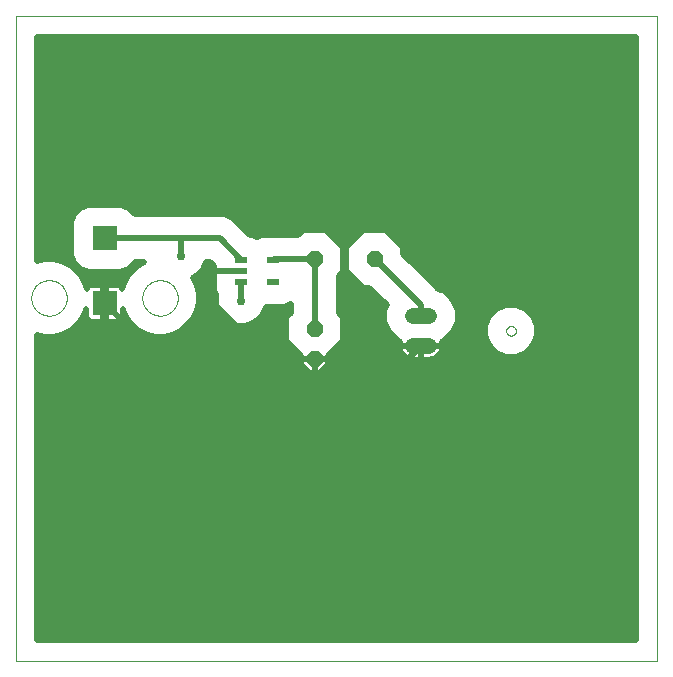
<source format=gtl>
G75*
%MOIN*%
%OFA0B0*%
%FSLAX25Y25*%
%IPPOS*%
%LPD*%
%AMOC8*
5,1,8,0,0,1.08239X$1,22.5*
%
%ADD10C,0.00000*%
%ADD11OC8,0.05200*%
%ADD12C,0.05200*%
%ADD13R,0.04331X0.02362*%
%ADD14R,0.08268X0.08268*%
%ADD15C,0.02000*%
%ADD16C,0.02978*%
D10*
X0002000Y0002000D02*
X0002000Y0216961D01*
X0215701Y0216961D01*
X0215701Y0002000D01*
X0002000Y0002000D01*
X0007090Y0122984D02*
X0007092Y0123137D01*
X0007098Y0123291D01*
X0007108Y0123444D01*
X0007122Y0123596D01*
X0007140Y0123749D01*
X0007162Y0123900D01*
X0007187Y0124051D01*
X0007217Y0124202D01*
X0007251Y0124352D01*
X0007288Y0124500D01*
X0007329Y0124648D01*
X0007374Y0124794D01*
X0007423Y0124940D01*
X0007476Y0125084D01*
X0007532Y0125226D01*
X0007592Y0125367D01*
X0007656Y0125507D01*
X0007723Y0125645D01*
X0007794Y0125781D01*
X0007869Y0125915D01*
X0007946Y0126047D01*
X0008028Y0126177D01*
X0008112Y0126305D01*
X0008200Y0126431D01*
X0008291Y0126554D01*
X0008385Y0126675D01*
X0008483Y0126793D01*
X0008583Y0126909D01*
X0008687Y0127022D01*
X0008793Y0127133D01*
X0008902Y0127241D01*
X0009014Y0127346D01*
X0009128Y0127447D01*
X0009246Y0127546D01*
X0009365Y0127642D01*
X0009487Y0127735D01*
X0009612Y0127824D01*
X0009739Y0127911D01*
X0009868Y0127993D01*
X0009999Y0128073D01*
X0010132Y0128149D01*
X0010267Y0128222D01*
X0010404Y0128291D01*
X0010543Y0128356D01*
X0010683Y0128418D01*
X0010825Y0128476D01*
X0010968Y0128531D01*
X0011113Y0128582D01*
X0011259Y0128629D01*
X0011406Y0128672D01*
X0011554Y0128711D01*
X0011703Y0128747D01*
X0011853Y0128778D01*
X0012004Y0128806D01*
X0012155Y0128830D01*
X0012308Y0128850D01*
X0012460Y0128866D01*
X0012613Y0128878D01*
X0012766Y0128886D01*
X0012919Y0128890D01*
X0013073Y0128890D01*
X0013226Y0128886D01*
X0013379Y0128878D01*
X0013532Y0128866D01*
X0013684Y0128850D01*
X0013837Y0128830D01*
X0013988Y0128806D01*
X0014139Y0128778D01*
X0014289Y0128747D01*
X0014438Y0128711D01*
X0014586Y0128672D01*
X0014733Y0128629D01*
X0014879Y0128582D01*
X0015024Y0128531D01*
X0015167Y0128476D01*
X0015309Y0128418D01*
X0015449Y0128356D01*
X0015588Y0128291D01*
X0015725Y0128222D01*
X0015860Y0128149D01*
X0015993Y0128073D01*
X0016124Y0127993D01*
X0016253Y0127911D01*
X0016380Y0127824D01*
X0016505Y0127735D01*
X0016627Y0127642D01*
X0016746Y0127546D01*
X0016864Y0127447D01*
X0016978Y0127346D01*
X0017090Y0127241D01*
X0017199Y0127133D01*
X0017305Y0127022D01*
X0017409Y0126909D01*
X0017509Y0126793D01*
X0017607Y0126675D01*
X0017701Y0126554D01*
X0017792Y0126431D01*
X0017880Y0126305D01*
X0017964Y0126177D01*
X0018046Y0126047D01*
X0018123Y0125915D01*
X0018198Y0125781D01*
X0018269Y0125645D01*
X0018336Y0125507D01*
X0018400Y0125367D01*
X0018460Y0125226D01*
X0018516Y0125084D01*
X0018569Y0124940D01*
X0018618Y0124794D01*
X0018663Y0124648D01*
X0018704Y0124500D01*
X0018741Y0124352D01*
X0018775Y0124202D01*
X0018805Y0124051D01*
X0018830Y0123900D01*
X0018852Y0123749D01*
X0018870Y0123596D01*
X0018884Y0123444D01*
X0018894Y0123291D01*
X0018900Y0123137D01*
X0018902Y0122984D01*
X0018900Y0122831D01*
X0018894Y0122677D01*
X0018884Y0122524D01*
X0018870Y0122372D01*
X0018852Y0122219D01*
X0018830Y0122068D01*
X0018805Y0121917D01*
X0018775Y0121766D01*
X0018741Y0121616D01*
X0018704Y0121468D01*
X0018663Y0121320D01*
X0018618Y0121174D01*
X0018569Y0121028D01*
X0018516Y0120884D01*
X0018460Y0120742D01*
X0018400Y0120601D01*
X0018336Y0120461D01*
X0018269Y0120323D01*
X0018198Y0120187D01*
X0018123Y0120053D01*
X0018046Y0119921D01*
X0017964Y0119791D01*
X0017880Y0119663D01*
X0017792Y0119537D01*
X0017701Y0119414D01*
X0017607Y0119293D01*
X0017509Y0119175D01*
X0017409Y0119059D01*
X0017305Y0118946D01*
X0017199Y0118835D01*
X0017090Y0118727D01*
X0016978Y0118622D01*
X0016864Y0118521D01*
X0016746Y0118422D01*
X0016627Y0118326D01*
X0016505Y0118233D01*
X0016380Y0118144D01*
X0016253Y0118057D01*
X0016124Y0117975D01*
X0015993Y0117895D01*
X0015860Y0117819D01*
X0015725Y0117746D01*
X0015588Y0117677D01*
X0015449Y0117612D01*
X0015309Y0117550D01*
X0015167Y0117492D01*
X0015024Y0117437D01*
X0014879Y0117386D01*
X0014733Y0117339D01*
X0014586Y0117296D01*
X0014438Y0117257D01*
X0014289Y0117221D01*
X0014139Y0117190D01*
X0013988Y0117162D01*
X0013837Y0117138D01*
X0013684Y0117118D01*
X0013532Y0117102D01*
X0013379Y0117090D01*
X0013226Y0117082D01*
X0013073Y0117078D01*
X0012919Y0117078D01*
X0012766Y0117082D01*
X0012613Y0117090D01*
X0012460Y0117102D01*
X0012308Y0117118D01*
X0012155Y0117138D01*
X0012004Y0117162D01*
X0011853Y0117190D01*
X0011703Y0117221D01*
X0011554Y0117257D01*
X0011406Y0117296D01*
X0011259Y0117339D01*
X0011113Y0117386D01*
X0010968Y0117437D01*
X0010825Y0117492D01*
X0010683Y0117550D01*
X0010543Y0117612D01*
X0010404Y0117677D01*
X0010267Y0117746D01*
X0010132Y0117819D01*
X0009999Y0117895D01*
X0009868Y0117975D01*
X0009739Y0118057D01*
X0009612Y0118144D01*
X0009487Y0118233D01*
X0009365Y0118326D01*
X0009246Y0118422D01*
X0009128Y0118521D01*
X0009014Y0118622D01*
X0008902Y0118727D01*
X0008793Y0118835D01*
X0008687Y0118946D01*
X0008583Y0119059D01*
X0008483Y0119175D01*
X0008385Y0119293D01*
X0008291Y0119414D01*
X0008200Y0119537D01*
X0008112Y0119663D01*
X0008028Y0119791D01*
X0007946Y0119921D01*
X0007869Y0120053D01*
X0007794Y0120187D01*
X0007723Y0120323D01*
X0007656Y0120461D01*
X0007592Y0120601D01*
X0007532Y0120742D01*
X0007476Y0120884D01*
X0007423Y0121028D01*
X0007374Y0121174D01*
X0007329Y0121320D01*
X0007288Y0121468D01*
X0007251Y0121616D01*
X0007217Y0121766D01*
X0007187Y0121917D01*
X0007162Y0122068D01*
X0007140Y0122219D01*
X0007122Y0122372D01*
X0007108Y0122524D01*
X0007098Y0122677D01*
X0007092Y0122831D01*
X0007090Y0122984D01*
X0044098Y0122984D02*
X0044100Y0123137D01*
X0044106Y0123291D01*
X0044116Y0123444D01*
X0044130Y0123596D01*
X0044148Y0123749D01*
X0044170Y0123900D01*
X0044195Y0124051D01*
X0044225Y0124202D01*
X0044259Y0124352D01*
X0044296Y0124500D01*
X0044337Y0124648D01*
X0044382Y0124794D01*
X0044431Y0124940D01*
X0044484Y0125084D01*
X0044540Y0125226D01*
X0044600Y0125367D01*
X0044664Y0125507D01*
X0044731Y0125645D01*
X0044802Y0125781D01*
X0044877Y0125915D01*
X0044954Y0126047D01*
X0045036Y0126177D01*
X0045120Y0126305D01*
X0045208Y0126431D01*
X0045299Y0126554D01*
X0045393Y0126675D01*
X0045491Y0126793D01*
X0045591Y0126909D01*
X0045695Y0127022D01*
X0045801Y0127133D01*
X0045910Y0127241D01*
X0046022Y0127346D01*
X0046136Y0127447D01*
X0046254Y0127546D01*
X0046373Y0127642D01*
X0046495Y0127735D01*
X0046620Y0127824D01*
X0046747Y0127911D01*
X0046876Y0127993D01*
X0047007Y0128073D01*
X0047140Y0128149D01*
X0047275Y0128222D01*
X0047412Y0128291D01*
X0047551Y0128356D01*
X0047691Y0128418D01*
X0047833Y0128476D01*
X0047976Y0128531D01*
X0048121Y0128582D01*
X0048267Y0128629D01*
X0048414Y0128672D01*
X0048562Y0128711D01*
X0048711Y0128747D01*
X0048861Y0128778D01*
X0049012Y0128806D01*
X0049163Y0128830D01*
X0049316Y0128850D01*
X0049468Y0128866D01*
X0049621Y0128878D01*
X0049774Y0128886D01*
X0049927Y0128890D01*
X0050081Y0128890D01*
X0050234Y0128886D01*
X0050387Y0128878D01*
X0050540Y0128866D01*
X0050692Y0128850D01*
X0050845Y0128830D01*
X0050996Y0128806D01*
X0051147Y0128778D01*
X0051297Y0128747D01*
X0051446Y0128711D01*
X0051594Y0128672D01*
X0051741Y0128629D01*
X0051887Y0128582D01*
X0052032Y0128531D01*
X0052175Y0128476D01*
X0052317Y0128418D01*
X0052457Y0128356D01*
X0052596Y0128291D01*
X0052733Y0128222D01*
X0052868Y0128149D01*
X0053001Y0128073D01*
X0053132Y0127993D01*
X0053261Y0127911D01*
X0053388Y0127824D01*
X0053513Y0127735D01*
X0053635Y0127642D01*
X0053754Y0127546D01*
X0053872Y0127447D01*
X0053986Y0127346D01*
X0054098Y0127241D01*
X0054207Y0127133D01*
X0054313Y0127022D01*
X0054417Y0126909D01*
X0054517Y0126793D01*
X0054615Y0126675D01*
X0054709Y0126554D01*
X0054800Y0126431D01*
X0054888Y0126305D01*
X0054972Y0126177D01*
X0055054Y0126047D01*
X0055131Y0125915D01*
X0055206Y0125781D01*
X0055277Y0125645D01*
X0055344Y0125507D01*
X0055408Y0125367D01*
X0055468Y0125226D01*
X0055524Y0125084D01*
X0055577Y0124940D01*
X0055626Y0124794D01*
X0055671Y0124648D01*
X0055712Y0124500D01*
X0055749Y0124352D01*
X0055783Y0124202D01*
X0055813Y0124051D01*
X0055838Y0123900D01*
X0055860Y0123749D01*
X0055878Y0123596D01*
X0055892Y0123444D01*
X0055902Y0123291D01*
X0055908Y0123137D01*
X0055910Y0122984D01*
X0055908Y0122831D01*
X0055902Y0122677D01*
X0055892Y0122524D01*
X0055878Y0122372D01*
X0055860Y0122219D01*
X0055838Y0122068D01*
X0055813Y0121917D01*
X0055783Y0121766D01*
X0055749Y0121616D01*
X0055712Y0121468D01*
X0055671Y0121320D01*
X0055626Y0121174D01*
X0055577Y0121028D01*
X0055524Y0120884D01*
X0055468Y0120742D01*
X0055408Y0120601D01*
X0055344Y0120461D01*
X0055277Y0120323D01*
X0055206Y0120187D01*
X0055131Y0120053D01*
X0055054Y0119921D01*
X0054972Y0119791D01*
X0054888Y0119663D01*
X0054800Y0119537D01*
X0054709Y0119414D01*
X0054615Y0119293D01*
X0054517Y0119175D01*
X0054417Y0119059D01*
X0054313Y0118946D01*
X0054207Y0118835D01*
X0054098Y0118727D01*
X0053986Y0118622D01*
X0053872Y0118521D01*
X0053754Y0118422D01*
X0053635Y0118326D01*
X0053513Y0118233D01*
X0053388Y0118144D01*
X0053261Y0118057D01*
X0053132Y0117975D01*
X0053001Y0117895D01*
X0052868Y0117819D01*
X0052733Y0117746D01*
X0052596Y0117677D01*
X0052457Y0117612D01*
X0052317Y0117550D01*
X0052175Y0117492D01*
X0052032Y0117437D01*
X0051887Y0117386D01*
X0051741Y0117339D01*
X0051594Y0117296D01*
X0051446Y0117257D01*
X0051297Y0117221D01*
X0051147Y0117190D01*
X0050996Y0117162D01*
X0050845Y0117138D01*
X0050692Y0117118D01*
X0050540Y0117102D01*
X0050387Y0117090D01*
X0050234Y0117082D01*
X0050081Y0117078D01*
X0049927Y0117078D01*
X0049774Y0117082D01*
X0049621Y0117090D01*
X0049468Y0117102D01*
X0049316Y0117118D01*
X0049163Y0117138D01*
X0049012Y0117162D01*
X0048861Y0117190D01*
X0048711Y0117221D01*
X0048562Y0117257D01*
X0048414Y0117296D01*
X0048267Y0117339D01*
X0048121Y0117386D01*
X0047976Y0117437D01*
X0047833Y0117492D01*
X0047691Y0117550D01*
X0047551Y0117612D01*
X0047412Y0117677D01*
X0047275Y0117746D01*
X0047140Y0117819D01*
X0047007Y0117895D01*
X0046876Y0117975D01*
X0046747Y0118057D01*
X0046620Y0118144D01*
X0046495Y0118233D01*
X0046373Y0118326D01*
X0046254Y0118422D01*
X0046136Y0118521D01*
X0046022Y0118622D01*
X0045910Y0118727D01*
X0045801Y0118835D01*
X0045695Y0118946D01*
X0045591Y0119059D01*
X0045491Y0119175D01*
X0045393Y0119293D01*
X0045299Y0119414D01*
X0045208Y0119537D01*
X0045120Y0119663D01*
X0045036Y0119791D01*
X0044954Y0119921D01*
X0044877Y0120053D01*
X0044802Y0120187D01*
X0044731Y0120323D01*
X0044664Y0120461D01*
X0044600Y0120601D01*
X0044540Y0120742D01*
X0044484Y0120884D01*
X0044431Y0121028D01*
X0044382Y0121174D01*
X0044337Y0121320D01*
X0044296Y0121468D01*
X0044259Y0121616D01*
X0044225Y0121766D01*
X0044195Y0121917D01*
X0044170Y0122068D01*
X0044148Y0122219D01*
X0044130Y0122372D01*
X0044116Y0122524D01*
X0044106Y0122677D01*
X0044100Y0122831D01*
X0044098Y0122984D01*
X0165400Y0112000D02*
X0165402Y0112080D01*
X0165408Y0112159D01*
X0165418Y0112238D01*
X0165432Y0112317D01*
X0165449Y0112395D01*
X0165471Y0112472D01*
X0165496Y0112547D01*
X0165526Y0112621D01*
X0165558Y0112694D01*
X0165595Y0112765D01*
X0165635Y0112834D01*
X0165678Y0112901D01*
X0165725Y0112966D01*
X0165774Y0113028D01*
X0165827Y0113088D01*
X0165883Y0113145D01*
X0165941Y0113200D01*
X0166002Y0113251D01*
X0166066Y0113299D01*
X0166132Y0113344D01*
X0166200Y0113386D01*
X0166270Y0113424D01*
X0166342Y0113458D01*
X0166415Y0113489D01*
X0166490Y0113517D01*
X0166567Y0113540D01*
X0166644Y0113560D01*
X0166722Y0113576D01*
X0166801Y0113588D01*
X0166880Y0113596D01*
X0166960Y0113600D01*
X0167040Y0113600D01*
X0167120Y0113596D01*
X0167199Y0113588D01*
X0167278Y0113576D01*
X0167356Y0113560D01*
X0167433Y0113540D01*
X0167510Y0113517D01*
X0167585Y0113489D01*
X0167658Y0113458D01*
X0167730Y0113424D01*
X0167800Y0113386D01*
X0167868Y0113344D01*
X0167934Y0113299D01*
X0167998Y0113251D01*
X0168059Y0113200D01*
X0168117Y0113145D01*
X0168173Y0113088D01*
X0168226Y0113028D01*
X0168275Y0112966D01*
X0168322Y0112901D01*
X0168365Y0112834D01*
X0168405Y0112765D01*
X0168442Y0112694D01*
X0168474Y0112621D01*
X0168504Y0112547D01*
X0168529Y0112472D01*
X0168551Y0112395D01*
X0168568Y0112317D01*
X0168582Y0112238D01*
X0168592Y0112159D01*
X0168598Y0112080D01*
X0168600Y0112000D01*
X0168598Y0111920D01*
X0168592Y0111841D01*
X0168582Y0111762D01*
X0168568Y0111683D01*
X0168551Y0111605D01*
X0168529Y0111528D01*
X0168504Y0111453D01*
X0168474Y0111379D01*
X0168442Y0111306D01*
X0168405Y0111235D01*
X0168365Y0111166D01*
X0168322Y0111099D01*
X0168275Y0111034D01*
X0168226Y0110972D01*
X0168173Y0110912D01*
X0168117Y0110855D01*
X0168059Y0110800D01*
X0167998Y0110749D01*
X0167934Y0110701D01*
X0167868Y0110656D01*
X0167800Y0110614D01*
X0167730Y0110576D01*
X0167658Y0110542D01*
X0167585Y0110511D01*
X0167510Y0110483D01*
X0167433Y0110460D01*
X0167356Y0110440D01*
X0167278Y0110424D01*
X0167199Y0110412D01*
X0167120Y0110404D01*
X0167040Y0110400D01*
X0166960Y0110400D01*
X0166880Y0110404D01*
X0166801Y0110412D01*
X0166722Y0110424D01*
X0166644Y0110440D01*
X0166567Y0110460D01*
X0166490Y0110483D01*
X0166415Y0110511D01*
X0166342Y0110542D01*
X0166270Y0110576D01*
X0166200Y0110614D01*
X0166132Y0110656D01*
X0166066Y0110701D01*
X0166002Y0110749D01*
X0165941Y0110800D01*
X0165883Y0110855D01*
X0165827Y0110912D01*
X0165774Y0110972D01*
X0165725Y0111034D01*
X0165678Y0111099D01*
X0165635Y0111166D01*
X0165595Y0111235D01*
X0165558Y0111306D01*
X0165526Y0111379D01*
X0165496Y0111453D01*
X0165471Y0111528D01*
X0165449Y0111605D01*
X0165432Y0111683D01*
X0165418Y0111762D01*
X0165408Y0111841D01*
X0165402Y0111920D01*
X0165400Y0112000D01*
D11*
X0121500Y0136000D03*
X0101500Y0136000D03*
X0101500Y0112500D03*
X0101500Y0102500D03*
D12*
X0134400Y0107000D02*
X0139600Y0107000D01*
X0139600Y0117000D02*
X0134400Y0117000D01*
D13*
X0087630Y0128260D03*
X0087630Y0135740D03*
X0077000Y0135740D03*
X0077000Y0132000D03*
X0077000Y0128260D03*
D14*
X0031500Y0121173D03*
X0031500Y0142827D03*
D15*
X0057000Y0142827D01*
X0057000Y0137000D01*
X0057000Y0142827D02*
X0069913Y0142827D01*
X0077000Y0135740D01*
X0077000Y0132000D02*
X0067000Y0132000D01*
X0067000Y0122000D01*
X0086500Y0102500D01*
X0101500Y0102500D01*
X0132500Y0102500D01*
X0137000Y0107000D01*
X0144200Y0107000D01*
X0144200Y0107362D01*
X0144087Y0108077D01*
X0143975Y0108421D01*
X0145038Y0108862D01*
X0147738Y0111562D01*
X0149200Y0115090D01*
X0149200Y0118910D01*
X0147738Y0122438D01*
X0145038Y0125138D01*
X0142712Y0126102D01*
X0141532Y0127282D01*
X0131100Y0137714D01*
X0131100Y0139976D01*
X0125476Y0145600D01*
X0117524Y0145600D01*
X0111900Y0139976D01*
X0111900Y0132024D01*
X0117524Y0126400D01*
X0119786Y0126400D01*
X0125525Y0120661D01*
X0124800Y0118910D01*
X0124800Y0115090D01*
X0126262Y0111562D01*
X0128962Y0108862D01*
X0130025Y0108421D01*
X0129913Y0108077D01*
X0129800Y0107362D01*
X0129800Y0107000D01*
X0137000Y0107000D01*
X0137000Y0107000D01*
X0144200Y0107000D01*
X0144200Y0106638D01*
X0144087Y0105923D01*
X0143863Y0105234D01*
X0143534Y0104589D01*
X0143109Y0104003D01*
X0142597Y0103491D01*
X0142011Y0103066D01*
X0141366Y0102737D01*
X0140677Y0102513D01*
X0139962Y0102400D01*
X0137000Y0102400D01*
X0137000Y0107000D01*
X0137000Y0107000D01*
X0137000Y0107000D01*
X0137000Y0102400D01*
X0134038Y0102400D01*
X0133323Y0102513D01*
X0132634Y0102737D01*
X0131989Y0103066D01*
X0131403Y0103491D01*
X0130891Y0104003D01*
X0130466Y0104589D01*
X0130137Y0105234D01*
X0129913Y0105923D01*
X0129800Y0106638D01*
X0129800Y0107000D01*
X0137000Y0107000D01*
X0137000Y0105900D02*
X0137000Y0105900D01*
X0137000Y0103902D02*
X0137000Y0103902D01*
X0143007Y0103902D02*
X0164078Y0103902D01*
X0165289Y0103400D02*
X0162128Y0104709D01*
X0159709Y0107128D01*
X0158400Y0110289D01*
X0158400Y0113711D01*
X0159709Y0116872D01*
X0162128Y0119291D01*
X0165289Y0120600D01*
X0168711Y0120600D01*
X0171872Y0119291D01*
X0174291Y0116872D01*
X0175600Y0113711D01*
X0175600Y0110289D01*
X0174291Y0107128D01*
X0171872Y0104709D01*
X0168711Y0103400D01*
X0165289Y0103400D01*
X0169922Y0103902D02*
X0208701Y0103902D01*
X0208701Y0105900D02*
X0173062Y0105900D01*
X0174610Y0107899D02*
X0208701Y0107899D01*
X0208701Y0109897D02*
X0175438Y0109897D01*
X0175600Y0111896D02*
X0208701Y0111896D01*
X0208701Y0113894D02*
X0175524Y0113894D01*
X0174696Y0115893D02*
X0208701Y0115893D01*
X0208701Y0117891D02*
X0173271Y0117891D01*
X0170425Y0119890D02*
X0208701Y0119890D01*
X0208701Y0121888D02*
X0147966Y0121888D01*
X0148794Y0119890D02*
X0163575Y0119890D01*
X0160729Y0117891D02*
X0149200Y0117891D01*
X0149200Y0115893D02*
X0159304Y0115893D01*
X0158476Y0113894D02*
X0148705Y0113894D01*
X0147877Y0111896D02*
X0158400Y0111896D01*
X0158562Y0109897D02*
X0146074Y0109897D01*
X0144115Y0107899D02*
X0159390Y0107899D01*
X0160937Y0105900D02*
X0144079Y0105900D01*
X0137000Y0117000D02*
X0137000Y0120500D01*
X0121500Y0136000D01*
X0114041Y0129882D02*
X0109500Y0129882D01*
X0109500Y0130424D02*
X0111100Y0132024D01*
X0111100Y0139976D01*
X0105476Y0145600D01*
X0097524Y0145600D01*
X0095924Y0144000D01*
X0086298Y0144000D01*
X0086108Y0143921D01*
X0084072Y0143921D01*
X0082315Y0143193D01*
X0080558Y0143921D01*
X0080133Y0143921D01*
X0074445Y0149609D01*
X0071505Y0150827D01*
X0041609Y0150827D01*
X0041568Y0150926D01*
X0039599Y0152895D01*
X0037026Y0153961D01*
X0025974Y0153961D01*
X0023401Y0152895D01*
X0021432Y0150926D01*
X0020366Y0148353D01*
X0020366Y0137301D01*
X0021432Y0134728D01*
X0023401Y0132759D01*
X0025974Y0131693D01*
X0037026Y0131693D01*
X0039599Y0132759D01*
X0041568Y0134728D01*
X0041609Y0134827D01*
X0044705Y0134827D01*
X0042080Y0133311D01*
X0039677Y0130908D01*
X0037978Y0127966D01*
X0037480Y0126109D01*
X0037234Y0126535D01*
X0036862Y0126907D01*
X0036406Y0127171D01*
X0035897Y0127307D01*
X0031878Y0127307D01*
X0031878Y0121551D01*
X0031122Y0121551D01*
X0031122Y0127307D01*
X0027103Y0127307D01*
X0026594Y0127171D01*
X0026138Y0126907D01*
X0025766Y0126535D01*
X0025520Y0126109D01*
X0025022Y0127966D01*
X0023323Y0130908D01*
X0020920Y0133311D01*
X0017977Y0135010D01*
X0014695Y0135890D01*
X0011297Y0135890D01*
X0009000Y0135274D01*
X0009000Y0209961D01*
X0208701Y0209961D01*
X0208701Y0009000D01*
X0009000Y0009000D01*
X0009000Y0110694D01*
X0011297Y0110079D01*
X0014695Y0110079D01*
X0017977Y0110958D01*
X0020920Y0112657D01*
X0023323Y0115060D01*
X0025022Y0118003D01*
X0025366Y0119287D01*
X0025366Y0116776D01*
X0025502Y0116267D01*
X0025766Y0115811D01*
X0026138Y0115439D01*
X0026594Y0115176D01*
X0027103Y0115039D01*
X0031122Y0115039D01*
X0031122Y0120795D01*
X0031878Y0120795D01*
X0031878Y0115039D01*
X0035897Y0115039D01*
X0036406Y0115176D01*
X0036862Y0115439D01*
X0037234Y0115811D01*
X0037498Y0116267D01*
X0037634Y0116776D01*
X0037634Y0119287D01*
X0037978Y0118003D01*
X0039677Y0115060D01*
X0042080Y0112657D01*
X0045023Y0110958D01*
X0048305Y0110079D01*
X0051703Y0110079D01*
X0054985Y0110958D01*
X0057928Y0112657D01*
X0060331Y0115060D01*
X0062030Y0118003D01*
X0062909Y0121285D01*
X0062909Y0124683D01*
X0062030Y0127966D01*
X0061131Y0129523D01*
X0061809Y0129803D01*
X0064197Y0132191D01*
X0065288Y0134827D01*
X0066600Y0134827D01*
X0067835Y0133592D01*
X0067835Y0133167D01*
X0068318Y0132000D01*
X0067835Y0130833D01*
X0067835Y0125686D01*
X0068587Y0123871D01*
X0068511Y0123689D01*
X0068511Y0120311D01*
X0069803Y0117191D01*
X0072191Y0114803D01*
X0075311Y0113511D01*
X0078689Y0113511D01*
X0081809Y0114803D01*
X0084197Y0117191D01*
X0085393Y0120079D01*
X0091188Y0120079D01*
X0093500Y0121037D01*
X0093500Y0118076D01*
X0091900Y0116476D01*
X0091900Y0108524D01*
X0096900Y0103524D01*
X0096900Y0102500D01*
X0101500Y0102500D01*
X0106100Y0102500D01*
X0106100Y0103524D01*
X0111100Y0108524D01*
X0111100Y0116476D01*
X0109500Y0118076D01*
X0109500Y0130424D01*
X0110957Y0131881D02*
X0112043Y0131881D01*
X0111900Y0133879D02*
X0111100Y0133879D01*
X0111100Y0135878D02*
X0111900Y0135878D01*
X0111900Y0137876D02*
X0111100Y0137876D01*
X0111100Y0139875D02*
X0111900Y0139875D01*
X0113797Y0141873D02*
X0109203Y0141873D01*
X0107204Y0143872D02*
X0115796Y0143872D01*
X0127204Y0143872D02*
X0208701Y0143872D01*
X0208701Y0145870D02*
X0078183Y0145870D01*
X0076185Y0147869D02*
X0208701Y0147869D01*
X0208701Y0149868D02*
X0073821Y0149868D01*
X0080677Y0143872D02*
X0083953Y0143872D01*
X0087890Y0136000D02*
X0087630Y0135740D01*
X0087890Y0136000D02*
X0101500Y0136000D01*
X0101500Y0112500D01*
X0094523Y0105900D02*
X0009000Y0105900D01*
X0009000Y0103902D02*
X0096522Y0103902D01*
X0096900Y0102500D02*
X0096900Y0100595D01*
X0099595Y0097900D01*
X0101500Y0097900D01*
X0103405Y0097900D01*
X0106100Y0100595D01*
X0106100Y0102500D01*
X0101500Y0102500D01*
X0101500Y0102500D01*
X0101500Y0097900D01*
X0101500Y0102500D01*
X0101500Y0102500D01*
X0101500Y0102500D01*
X0096900Y0102500D01*
X0096900Y0101903D02*
X0009000Y0101903D01*
X0009000Y0099905D02*
X0097590Y0099905D01*
X0099588Y0097906D02*
X0009000Y0097906D01*
X0009000Y0095908D02*
X0208701Y0095908D01*
X0208701Y0097906D02*
X0103412Y0097906D01*
X0101500Y0097906D02*
X0101500Y0097906D01*
X0101500Y0099905D02*
X0101500Y0099905D01*
X0101500Y0101903D02*
X0101500Y0101903D01*
X0105410Y0099905D02*
X0208701Y0099905D01*
X0208701Y0101903D02*
X0106100Y0101903D01*
X0106478Y0103902D02*
X0130993Y0103902D01*
X0129921Y0105900D02*
X0108477Y0105900D01*
X0110475Y0107899D02*
X0129885Y0107899D01*
X0127926Y0109897D02*
X0111100Y0109897D01*
X0111100Y0111896D02*
X0126123Y0111896D01*
X0125295Y0113894D02*
X0111100Y0113894D01*
X0111100Y0115893D02*
X0124800Y0115893D01*
X0124800Y0117891D02*
X0109685Y0117891D01*
X0109500Y0119890D02*
X0125206Y0119890D01*
X0124298Y0121888D02*
X0109500Y0121888D01*
X0109500Y0123887D02*
X0122299Y0123887D01*
X0120301Y0125885D02*
X0109500Y0125885D01*
X0109500Y0127884D02*
X0116040Y0127884D01*
X0129203Y0141873D02*
X0208701Y0141873D01*
X0208701Y0139875D02*
X0131100Y0139875D01*
X0131100Y0137876D02*
X0208701Y0137876D01*
X0208701Y0135878D02*
X0132936Y0135878D01*
X0134934Y0133879D02*
X0208701Y0133879D01*
X0208701Y0131881D02*
X0136933Y0131881D01*
X0138931Y0129882D02*
X0208701Y0129882D01*
X0208701Y0127884D02*
X0140930Y0127884D01*
X0143235Y0125885D02*
X0208701Y0125885D01*
X0208701Y0123887D02*
X0146290Y0123887D01*
X0093500Y0119890D02*
X0085314Y0119890D01*
X0084487Y0117891D02*
X0093315Y0117891D01*
X0091900Y0115893D02*
X0082898Y0115893D01*
X0079614Y0113894D02*
X0091900Y0113894D01*
X0091900Y0111896D02*
X0056609Y0111896D01*
X0059165Y0113894D02*
X0074386Y0113894D01*
X0071102Y0115893D02*
X0060812Y0115893D01*
X0061966Y0117891D02*
X0069513Y0117891D01*
X0068686Y0119890D02*
X0062536Y0119890D01*
X0062909Y0121888D02*
X0068511Y0121888D01*
X0067000Y0122000D02*
X0052000Y0107000D01*
X0045673Y0107000D01*
X0031500Y0121173D01*
X0031122Y0121888D02*
X0031878Y0121888D01*
X0031878Y0119890D02*
X0031122Y0119890D01*
X0031122Y0117891D02*
X0031878Y0117891D01*
X0031878Y0115893D02*
X0031122Y0115893D01*
X0025719Y0115893D02*
X0023804Y0115893D01*
X0024958Y0117891D02*
X0025366Y0117891D01*
X0022157Y0113894D02*
X0040843Y0113894D01*
X0039196Y0115893D02*
X0037281Y0115893D01*
X0037634Y0117891D02*
X0038042Y0117891D01*
X0043399Y0111896D02*
X0019601Y0111896D01*
X0009000Y0109897D02*
X0091900Y0109897D01*
X0092525Y0107899D02*
X0009000Y0107899D01*
X0009000Y0093909D02*
X0208701Y0093909D01*
X0208701Y0091911D02*
X0009000Y0091911D01*
X0009000Y0089912D02*
X0208701Y0089912D01*
X0208701Y0087914D02*
X0009000Y0087914D01*
X0009000Y0085915D02*
X0208701Y0085915D01*
X0208701Y0083917D02*
X0009000Y0083917D01*
X0009000Y0081918D02*
X0208701Y0081918D01*
X0208701Y0079920D02*
X0009000Y0079920D01*
X0009000Y0077921D02*
X0208701Y0077921D01*
X0208701Y0075923D02*
X0009000Y0075923D01*
X0009000Y0073924D02*
X0208701Y0073924D01*
X0208701Y0071926D02*
X0009000Y0071926D01*
X0009000Y0069927D02*
X0208701Y0069927D01*
X0208701Y0067929D02*
X0009000Y0067929D01*
X0009000Y0065930D02*
X0208701Y0065930D01*
X0208701Y0063932D02*
X0009000Y0063932D01*
X0009000Y0061933D02*
X0208701Y0061933D01*
X0208701Y0059934D02*
X0009000Y0059934D01*
X0009000Y0057936D02*
X0208701Y0057936D01*
X0208701Y0055937D02*
X0009000Y0055937D01*
X0009000Y0053939D02*
X0208701Y0053939D01*
X0208701Y0051940D02*
X0009000Y0051940D01*
X0009000Y0049942D02*
X0208701Y0049942D01*
X0208701Y0047943D02*
X0009000Y0047943D01*
X0009000Y0045945D02*
X0208701Y0045945D01*
X0208701Y0043946D02*
X0009000Y0043946D01*
X0009000Y0041948D02*
X0208701Y0041948D01*
X0208701Y0039949D02*
X0009000Y0039949D01*
X0009000Y0037951D02*
X0208701Y0037951D01*
X0208701Y0035952D02*
X0009000Y0035952D01*
X0009000Y0033954D02*
X0208701Y0033954D01*
X0208701Y0031955D02*
X0009000Y0031955D01*
X0009000Y0029957D02*
X0208701Y0029957D01*
X0208701Y0027958D02*
X0009000Y0027958D01*
X0009000Y0025960D02*
X0208701Y0025960D01*
X0208701Y0023961D02*
X0009000Y0023961D01*
X0009000Y0021963D02*
X0208701Y0021963D01*
X0208701Y0019964D02*
X0009000Y0019964D01*
X0009000Y0017966D02*
X0208701Y0017966D01*
X0208701Y0015967D02*
X0009000Y0015967D01*
X0009000Y0013969D02*
X0208701Y0013969D01*
X0208701Y0011970D02*
X0009000Y0011970D01*
X0009000Y0009972D02*
X0208701Y0009972D01*
X0077000Y0122000D02*
X0077000Y0128260D01*
X0068269Y0131881D02*
X0063886Y0131881D01*
X0064896Y0133879D02*
X0067547Y0133879D01*
X0067835Y0129882D02*
X0061888Y0129882D01*
X0062052Y0127884D02*
X0067835Y0127884D01*
X0067835Y0125885D02*
X0062587Y0125885D01*
X0062909Y0123887D02*
X0068580Y0123887D01*
X0043064Y0133879D02*
X0040720Y0133879D01*
X0040649Y0131881D02*
X0037480Y0131881D01*
X0039085Y0129882D02*
X0023915Y0129882D01*
X0025044Y0127884D02*
X0037956Y0127884D01*
X0031878Y0125885D02*
X0031122Y0125885D01*
X0031122Y0123887D02*
X0031878Y0123887D01*
X0025520Y0131881D02*
X0022351Y0131881D01*
X0022280Y0133879D02*
X0019936Y0133879D01*
X0020955Y0135878D02*
X0014739Y0135878D01*
X0011253Y0135878D02*
X0009000Y0135878D01*
X0009000Y0137876D02*
X0020366Y0137876D01*
X0020366Y0139875D02*
X0009000Y0139875D01*
X0009000Y0141873D02*
X0020366Y0141873D01*
X0020366Y0143872D02*
X0009000Y0143872D01*
X0009000Y0145870D02*
X0020366Y0145870D01*
X0020366Y0147869D02*
X0009000Y0147869D01*
X0009000Y0149868D02*
X0020993Y0149868D01*
X0022372Y0151866D02*
X0009000Y0151866D01*
X0009000Y0153865D02*
X0025742Y0153865D01*
X0037258Y0153865D02*
X0208701Y0153865D01*
X0208701Y0155863D02*
X0009000Y0155863D01*
X0009000Y0157862D02*
X0208701Y0157862D01*
X0208701Y0159860D02*
X0009000Y0159860D01*
X0009000Y0161859D02*
X0208701Y0161859D01*
X0208701Y0163857D02*
X0009000Y0163857D01*
X0009000Y0165856D02*
X0208701Y0165856D01*
X0208701Y0167854D02*
X0009000Y0167854D01*
X0009000Y0169853D02*
X0208701Y0169853D01*
X0208701Y0171851D02*
X0009000Y0171851D01*
X0009000Y0173850D02*
X0208701Y0173850D01*
X0208701Y0175848D02*
X0009000Y0175848D01*
X0009000Y0177847D02*
X0208701Y0177847D01*
X0208701Y0179845D02*
X0009000Y0179845D01*
X0009000Y0181844D02*
X0208701Y0181844D01*
X0208701Y0183842D02*
X0009000Y0183842D01*
X0009000Y0185841D02*
X0208701Y0185841D01*
X0208701Y0187839D02*
X0009000Y0187839D01*
X0009000Y0189838D02*
X0208701Y0189838D01*
X0208701Y0191836D02*
X0009000Y0191836D01*
X0009000Y0193835D02*
X0208701Y0193835D01*
X0208701Y0195833D02*
X0009000Y0195833D01*
X0009000Y0197832D02*
X0208701Y0197832D01*
X0208701Y0199830D02*
X0009000Y0199830D01*
X0009000Y0201829D02*
X0208701Y0201829D01*
X0208701Y0203827D02*
X0009000Y0203827D01*
X0009000Y0205826D02*
X0208701Y0205826D01*
X0208701Y0207824D02*
X0009000Y0207824D01*
X0009000Y0209823D02*
X0208701Y0209823D01*
X0208701Y0151866D02*
X0040628Y0151866D01*
D16*
X0057000Y0137000D03*
X0077000Y0122000D03*
M02*

</source>
